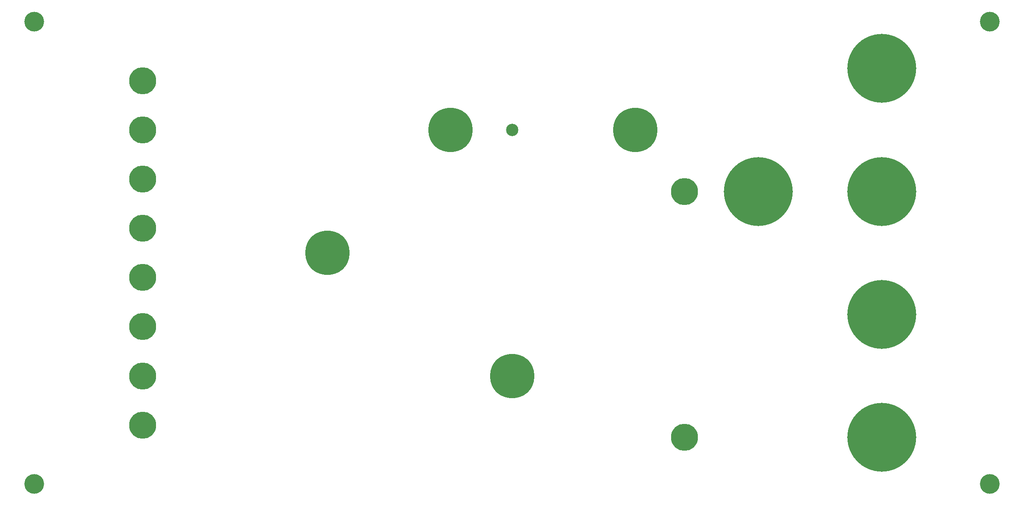
<source format=gbr>
%TF.GenerationSoftware,KiCad,Pcbnew,(6.0.5)*%
%TF.CreationDate,2022-06-04T19:29:46-05:00*%
%TF.ProjectId,TuringPanel,54757269-6e67-4506-916e-656c2e6b6963,rev?*%
%TF.SameCoordinates,Original*%
%TF.FileFunction,Soldermask,Top*%
%TF.FilePolarity,Negative*%
%FSLAX46Y46*%
G04 Gerber Fmt 4.6, Leading zero omitted, Abs format (unit mm)*
G04 Created by KiCad (PCBNEW (6.0.5)) date 2022-06-04 19:29:46*
%MOMM*%
%LPD*%
G01*
G04 APERTURE LIST*
%ADD10C,14.000000*%
%ADD11C,5.500000*%
%ADD12C,4.000000*%
%ADD13C,2.500000*%
%ADD14C,9.000000*%
G04 APERTURE END LIST*
D10*
%TO.C,He*%
X210000000Y-107500000D03*
%TD*%
D11*
%TO.C,H24*%
X170000000Y-82500000D03*
%TD*%
%TO.C,H23*%
X170000000Y-132500000D03*
%TD*%
%TO.C,H22*%
X60000000Y-60000000D03*
%TD*%
%TO.C,H21*%
X60000000Y-70000000D03*
%TD*%
%TO.C,H20*%
X60000000Y-80000000D03*
%TD*%
D12*
%TO.C,H19*%
X232000000Y-48000000D03*
%TD*%
D11*
%TO.C,H18*%
X60000000Y-90000000D03*
%TD*%
D12*
%TO.C,H17*%
X38000000Y-48000000D03*
%TD*%
D11*
%TO.C,H16*%
X60000000Y-100000000D03*
%TD*%
D10*
%TO.C,H15*%
X210000000Y-57500000D03*
%TD*%
D13*
%TO.C,H14*%
X135000000Y-70000000D03*
%TD*%
D14*
%TO.C,H13*%
X160000000Y-70000000D03*
%TD*%
%TO.C,H12*%
X122500000Y-70000000D03*
%TD*%
D11*
%TO.C,H11*%
X60000000Y-110000000D03*
%TD*%
D10*
%TO.C,H10*%
X210000000Y-82500000D03*
%TD*%
%TO.C,H9*%
X185000000Y-82500000D03*
%TD*%
D14*
%TO.C,H8*%
X97500000Y-95000000D03*
%TD*%
D11*
%TO.C,H7*%
X60000000Y-120000000D03*
%TD*%
D14*
%TO.C,H6*%
X135000000Y-120000000D03*
%TD*%
D11*
%TO.C,H4*%
X60000000Y-130000000D03*
%TD*%
D12*
%TO.C,H3*%
X38000000Y-142000000D03*
%TD*%
%TO.C,H2*%
X232000000Y-142000000D03*
%TD*%
D10*
%TO.C,H1*%
X210000000Y-132500000D03*
%TD*%
M02*

</source>
